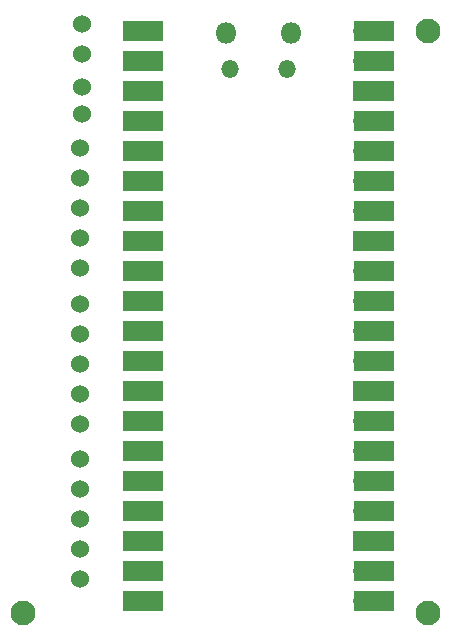
<source format=gbr>
%TF.GenerationSoftware,KiCad,Pcbnew,(7.0.0)*%
%TF.CreationDate,2023-04-25T16:04:59+01:00*%
%TF.ProjectId,LiDAR-Board,4c694441-522d-4426-9f61-72642e6b6963,rev?*%
%TF.SameCoordinates,Original*%
%TF.FileFunction,Soldermask,Top*%
%TF.FilePolarity,Negative*%
%FSLAX46Y46*%
G04 Gerber Fmt 4.6, Leading zero omitted, Abs format (unit mm)*
G04 Created by KiCad (PCBNEW (7.0.0)) date 2023-04-25 16:04:59*
%MOMM*%
%LPD*%
G01*
G04 APERTURE LIST*
%ADD10C,1.524000*%
%ADD11O,1.800000X1.800000*%
%ADD12O,1.500000X1.500000*%
%ADD13O,1.700000X1.700000*%
%ADD14R,3.500000X1.700000*%
%ADD15R,1.700000X1.700000*%
%ADD16C,2.100000*%
G04 APERTURE END LIST*
D10*
%TO.C,U3*%
X134940000Y-120965000D03*
X134940000Y-118425000D03*
X134940000Y-115885000D03*
X134940000Y-113345000D03*
X134940000Y-110805000D03*
%TD*%
D11*
%TO.C,U1*%
X147300999Y-87820999D03*
D12*
X147600999Y-90850999D03*
X152450999Y-90850999D03*
D11*
X152750999Y-87820999D03*
D13*
X141135999Y-87690999D03*
D14*
X140235999Y-87690999D03*
D13*
X141135999Y-90230999D03*
D14*
X140235999Y-90230999D03*
D15*
X141135999Y-92770999D03*
D14*
X140235999Y-92770999D03*
D13*
X141135999Y-95310999D03*
D14*
X140235999Y-95310999D03*
D13*
X141135999Y-97850999D03*
D14*
X140235999Y-97850999D03*
D13*
X141135999Y-100390999D03*
D14*
X140235999Y-100390999D03*
D13*
X141135999Y-102930999D03*
D14*
X140235999Y-102930999D03*
D15*
X141135999Y-105470999D03*
D14*
X140235999Y-105470999D03*
D13*
X141135999Y-108010999D03*
D14*
X140235999Y-108010999D03*
D13*
X141135999Y-110550999D03*
D14*
X140235999Y-110550999D03*
D13*
X141135999Y-113090999D03*
D14*
X140235999Y-113090999D03*
D13*
X141135999Y-115630999D03*
D14*
X140235999Y-115630999D03*
D15*
X141135999Y-118170999D03*
D14*
X140235999Y-118170999D03*
D13*
X141135999Y-120710999D03*
D14*
X140235999Y-120710999D03*
D13*
X141135999Y-123250999D03*
D14*
X140235999Y-123250999D03*
D13*
X141135999Y-125790999D03*
D14*
X140235999Y-125790999D03*
D13*
X141135999Y-128330999D03*
D14*
X140235999Y-128330999D03*
D15*
X141135999Y-130870999D03*
D14*
X140235999Y-130870999D03*
D13*
X141135999Y-133410999D03*
D14*
X140235999Y-133410999D03*
D13*
X141135999Y-135950999D03*
D14*
X140235999Y-135950999D03*
D13*
X158915999Y-135950999D03*
D14*
X159815999Y-135950999D03*
D13*
X158915999Y-133410999D03*
D14*
X159815999Y-133410999D03*
D15*
X158915999Y-130870999D03*
D14*
X159815999Y-130870999D03*
D13*
X158915999Y-128330999D03*
D14*
X159815999Y-128330999D03*
D13*
X158915999Y-125790999D03*
D14*
X159815999Y-125790999D03*
D13*
X158915999Y-123250999D03*
D14*
X159815999Y-123250999D03*
D13*
X158915999Y-120710999D03*
D14*
X159815999Y-120710999D03*
D15*
X158915999Y-118170999D03*
D14*
X159815999Y-118170999D03*
D13*
X158915999Y-115630999D03*
D14*
X159815999Y-115630999D03*
D13*
X158915999Y-113090999D03*
D14*
X159815999Y-113090999D03*
D13*
X158915999Y-110550999D03*
D14*
X159815999Y-110550999D03*
D13*
X158915999Y-108010999D03*
D14*
X159815999Y-108010999D03*
D15*
X158915999Y-105470999D03*
D14*
X159815999Y-105470999D03*
D13*
X158915999Y-102930999D03*
D14*
X159815999Y-102930999D03*
D13*
X158915999Y-100390999D03*
D14*
X159815999Y-100390999D03*
D13*
X158915999Y-97850999D03*
D14*
X159815999Y-97850999D03*
D13*
X158915999Y-95310999D03*
D14*
X159815999Y-95310999D03*
D15*
X158915999Y-92770999D03*
D14*
X159815999Y-92770999D03*
D13*
X158915999Y-90230999D03*
D14*
X159815999Y-90230999D03*
D13*
X158915999Y-87690999D03*
D14*
X159815999Y-87690999D03*
%TD*%
D16*
%TO.C,REF\u002A\u002A*%
X164404000Y-136967000D03*
%TD*%
D10*
%TO.C,U4*%
X134940000Y-107757000D03*
X134940000Y-105217000D03*
X134940000Y-102677000D03*
X134940000Y-100137000D03*
X134940000Y-97597000D03*
%TD*%
D16*
%TO.C,REF\u002A\u002A*%
X130114000Y-136967000D03*
%TD*%
D10*
%TO.C,U2*%
X134940000Y-134046000D03*
X134940000Y-131506000D03*
X134940000Y-128966000D03*
X134940000Y-126426000D03*
X134940000Y-123886000D03*
%TD*%
D16*
%TO.C,REF\u002A\u002A*%
X164404000Y-87691000D03*
%TD*%
D10*
%TO.C,J1*%
X135067000Y-94676000D03*
X135067000Y-92390000D03*
X135067000Y-89596000D03*
X135067000Y-87056000D03*
%TD*%
M02*

</source>
